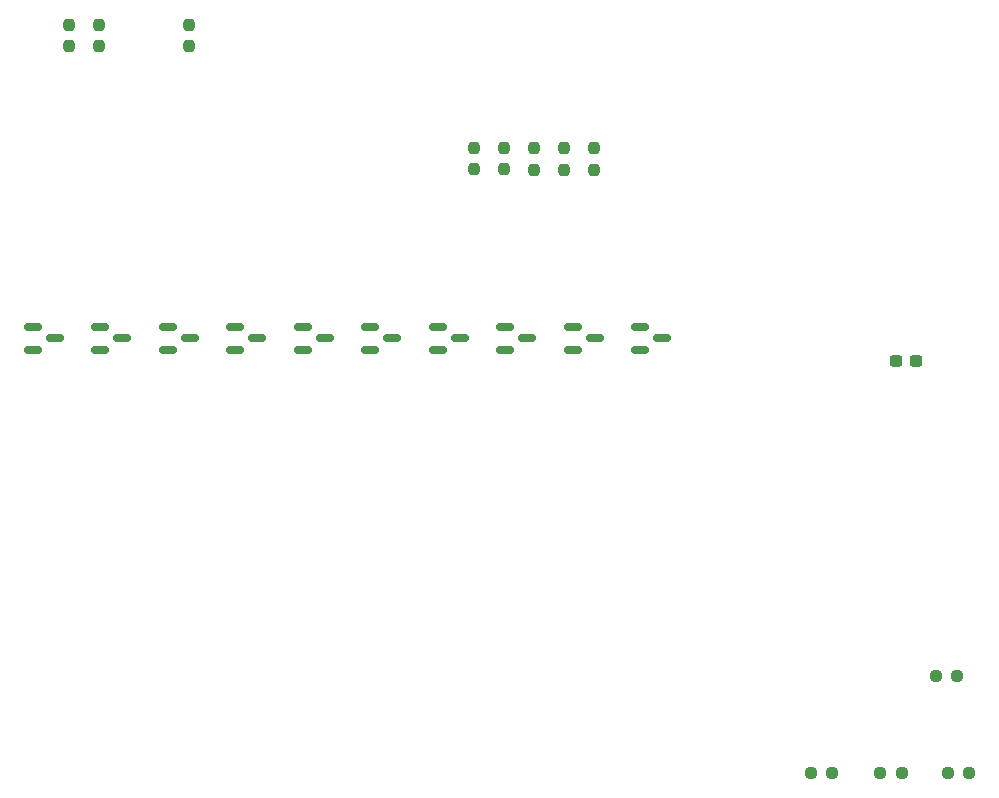
<source format=gbp>
G04 #@! TF.GenerationSoftware,KiCad,Pcbnew,6.0.9-8da3e8f707~116~ubuntu20.04.1*
G04 #@! TF.CreationDate,2022-12-22T22:59:07+01:00*
G04 #@! TF.ProjectId,display_10dig,64697370-6c61-4795-9f31-306469672e6b,rev?*
G04 #@! TF.SameCoordinates,Original*
G04 #@! TF.FileFunction,Paste,Bot*
G04 #@! TF.FilePolarity,Positive*
%FSLAX46Y46*%
G04 Gerber Fmt 4.6, Leading zero omitted, Abs format (unit mm)*
G04 Created by KiCad (PCBNEW 6.0.9-8da3e8f707~116~ubuntu20.04.1) date 2022-12-22 22:59:07*
%MOMM*%
%LPD*%
G01*
G04 APERTURE LIST*
G04 Aperture macros list*
%AMRoundRect*
0 Rectangle with rounded corners*
0 $1 Rounding radius*
0 $2 $3 $4 $5 $6 $7 $8 $9 X,Y pos of 4 corners*
0 Add a 4 corners polygon primitive as box body*
4,1,4,$2,$3,$4,$5,$6,$7,$8,$9,$2,$3,0*
0 Add four circle primitives for the rounded corners*
1,1,$1+$1,$2,$3*
1,1,$1+$1,$4,$5*
1,1,$1+$1,$6,$7*
1,1,$1+$1,$8,$9*
0 Add four rect primitives between the rounded corners*
20,1,$1+$1,$2,$3,$4,$5,0*
20,1,$1+$1,$4,$5,$6,$7,0*
20,1,$1+$1,$6,$7,$8,$9,0*
20,1,$1+$1,$8,$9,$2,$3,0*%
G04 Aperture macros list end*
%ADD10RoundRect,0.237500X0.300000X0.237500X-0.300000X0.237500X-0.300000X-0.237500X0.300000X-0.237500X0*%
%ADD11RoundRect,0.150000X-0.587500X-0.150000X0.587500X-0.150000X0.587500X0.150000X-0.587500X0.150000X0*%
%ADD12RoundRect,0.237500X0.237500X-0.250000X0.237500X0.250000X-0.237500X0.250000X-0.237500X-0.250000X0*%
%ADD13RoundRect,0.237500X-0.250000X-0.237500X0.250000X-0.237500X0.250000X0.237500X-0.250000X0.237500X0*%
%ADD14RoundRect,0.237500X0.250000X0.237500X-0.250000X0.237500X-0.250000X-0.237500X0.250000X-0.237500X0*%
G04 APERTURE END LIST*
D10*
X148832500Y-83170000D03*
X147107500Y-83170000D03*
D11*
X113997500Y-82230000D03*
X113997500Y-80330000D03*
X115872500Y-81280000D03*
X79707500Y-82230000D03*
X79707500Y-80330000D03*
X81582500Y-81280000D03*
D12*
X121539000Y-67023000D03*
X121539000Y-65198000D03*
D11*
X108282500Y-82230000D03*
X108282500Y-80330000D03*
X110157500Y-81280000D03*
D12*
X77089000Y-56562000D03*
X77089000Y-54737000D03*
D11*
X91137500Y-82230000D03*
X91137500Y-80330000D03*
X93012500Y-81280000D03*
X119712500Y-82230000D03*
X119712500Y-80330000D03*
X121587500Y-81280000D03*
D12*
X113919000Y-66976000D03*
X113919000Y-65151000D03*
D13*
X145772500Y-118110000D03*
X147597500Y-118110000D03*
D12*
X79629000Y-56562000D03*
X79629000Y-54737000D03*
X116459000Y-67023000D03*
X116459000Y-65198000D03*
D13*
X151487500Y-118110000D03*
X153312500Y-118110000D03*
D12*
X111379000Y-66976000D03*
X111379000Y-65151000D03*
D14*
X152296500Y-109855000D03*
X150471500Y-109855000D03*
D12*
X118999000Y-67023000D03*
X118999000Y-65198000D03*
X87249000Y-56562000D03*
X87249000Y-54737000D03*
D14*
X141708500Y-118110000D03*
X139883500Y-118110000D03*
D11*
X96852500Y-82230000D03*
X96852500Y-80330000D03*
X98727500Y-81280000D03*
X73992500Y-82230000D03*
X73992500Y-80330000D03*
X75867500Y-81280000D03*
X85422500Y-82230000D03*
X85422500Y-80330000D03*
X87297500Y-81280000D03*
X102567500Y-82230000D03*
X102567500Y-80330000D03*
X104442500Y-81280000D03*
X125427500Y-82230000D03*
X125427500Y-80330000D03*
X127302500Y-81280000D03*
M02*

</source>
